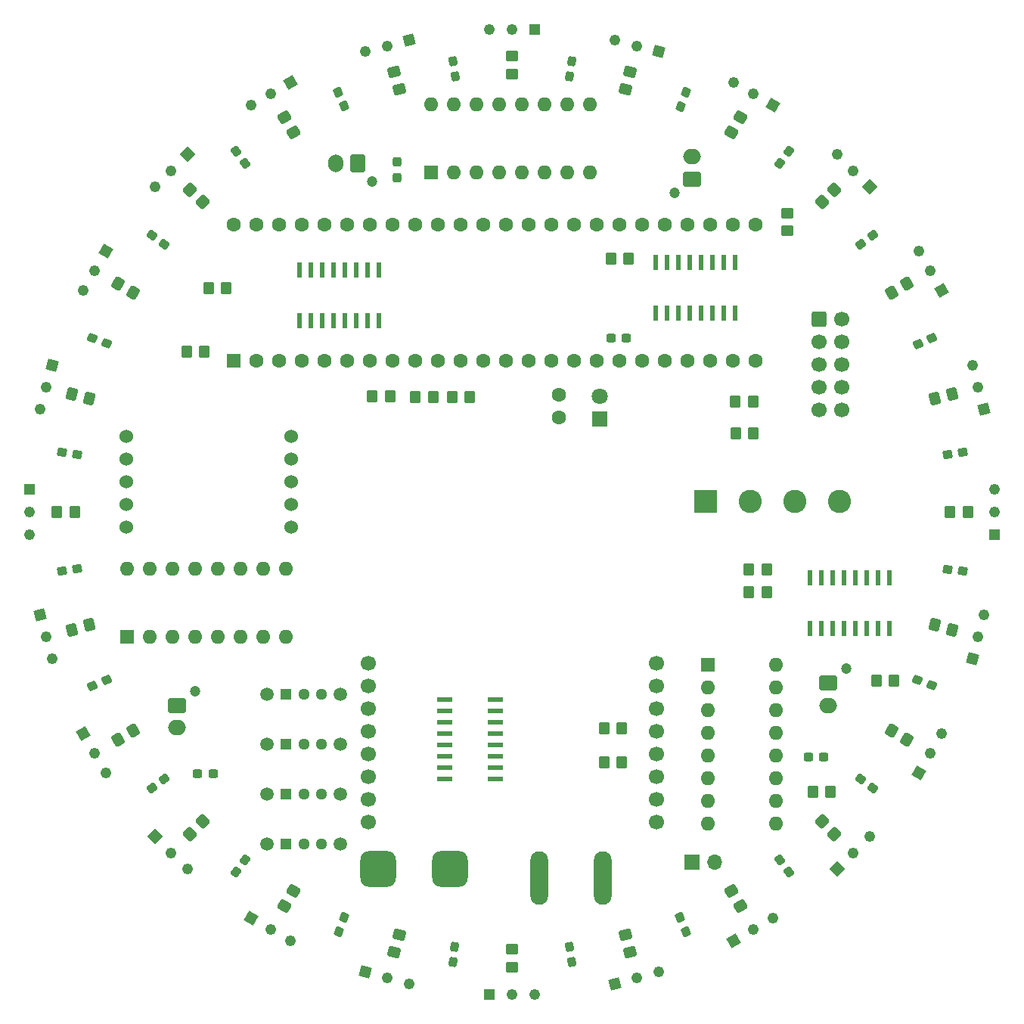
<source format=gts>
%TF.GenerationSoftware,KiCad,Pcbnew,8.0.4*%
%TF.CreationDate,2024-12-12T22:54:30-05:00*%
%TF.ProjectId,Roboballers Pcb,526f626f-6261-46c6-9c65-727320506362,rev?*%
%TF.SameCoordinates,Original*%
%TF.FileFunction,Soldermask,Top*%
%TF.FilePolarity,Negative*%
%FSLAX46Y46*%
G04 Gerber Fmt 4.6, Leading zero omitted, Abs format (unit mm)*
G04 Created by KiCad (PCBNEW 8.0.4) date 2024-12-12 22:54:30*
%MOMM*%
%LPD*%
G01*
G04 APERTURE LIST*
G04 Aperture macros list*
%AMRoundRect*
0 Rectangle with rounded corners*
0 $1 Rounding radius*
0 $2 $3 $4 $5 $6 $7 $8 $9 X,Y pos of 4 corners*
0 Add a 4 corners polygon primitive as box body*
4,1,4,$2,$3,$4,$5,$6,$7,$8,$9,$2,$3,0*
0 Add four circle primitives for the rounded corners*
1,1,$1+$1,$2,$3*
1,1,$1+$1,$4,$5*
1,1,$1+$1,$6,$7*
1,1,$1+$1,$8,$9*
0 Add four rect primitives between the rounded corners*
20,1,$1+$1,$2,$3,$4,$5,0*
20,1,$1+$1,$4,$5,$6,$7,0*
20,1,$1+$1,$6,$7,$8,$9,0*
20,1,$1+$1,$8,$9,$2,$3,0*%
%AMRotRect*
0 Rectangle, with rotation*
0 The origin of the aperture is its center*
0 $1 length*
0 $2 width*
0 $3 Rotation angle, in degrees counterclockwise*
0 Add horizontal line*
21,1,$1,$2,0,0,$3*%
G04 Aperture macros list end*
%ADD10R,1.219200X1.219200*%
%ADD11C,1.219200*%
%ADD12RoundRect,0.250000X0.525253X-0.221605X0.344080X0.454543X-0.525253X0.221605X-0.344080X-0.454543X0*%
%ADD13RoundRect,0.237500X0.382522X0.009131X-0.096660X0.370220X-0.382522X-0.009131X0.096660X-0.370220X0*%
%ADD14RoundRect,0.250000X-0.070711X0.565685X-0.565685X0.070711X0.070711X-0.565685X0.565685X-0.070711X0*%
%ADD15R,1.600000X1.600000*%
%ADD16O,1.600000X1.600000*%
%ADD17RoundRect,0.250000X0.350000X0.450000X-0.350000X0.450000X-0.350000X-0.450000X0.350000X-0.450000X0*%
%ADD18RoundRect,0.250000X-0.350000X-0.450000X0.350000X-0.450000X0.350000X0.450000X-0.350000X0.450000X0*%
%ADD19R,1.663700X0.558800*%
%ADD20RoundRect,0.250000X0.528109X0.214711X-0.078109X0.564711X-0.528109X-0.214711X0.078109X-0.564711X0*%
%ADD21RotRect,1.219200X1.219200X255.000000*%
%ADD22RoundRect,0.237500X-0.237500X0.300000X-0.237500X-0.300000X0.237500X-0.300000X0.237500X0.300000X0*%
%ADD23RoundRect,0.250000X-0.565685X-0.070711X-0.070711X-0.565685X0.565685X0.070711X0.070711X0.565685X0*%
%ADD24RoundRect,0.237500X0.009131X-0.382522X0.370220X0.096660X-0.009131X0.382522X-0.370220X-0.096660X0*%
%ADD25RotRect,1.219200X1.219200X105.000000*%
%ADD26RotRect,1.219200X1.219200X165.000000*%
%ADD27RoundRect,0.250000X0.450000X-0.350000X0.450000X0.350000X-0.450000X0.350000X-0.450000X-0.350000X0*%
%ADD28C,1.700000*%
%ADD29RoundRect,0.237500X0.264027X0.276941X-0.330134X0.193437X-0.264027X-0.276941X0.330134X-0.193437X0*%
%ADD30RoundRect,0.237500X-0.264027X-0.276941X0.330134X-0.193437X0.264027X0.276941X-0.330134X0.193437X0*%
%ADD31RoundRect,0.237500X0.367124X0.107824X-0.189186X0.332588X-0.367124X-0.107824X0.189186X-0.332588X0*%
%ADD32RoundRect,0.250000X0.564711X-0.078109X0.214711X0.528109X-0.564711X0.078109X-0.214711X-0.528109X0*%
%ADD33RoundRect,0.250000X0.565685X0.070711X0.070711X0.565685X-0.565685X-0.070711X-0.070711X-0.565685X0*%
%ADD34RotRect,1.219200X1.219200X300.000000*%
%ADD35RotRect,1.219200X1.219200X150.000000*%
%ADD36RoundRect,0.250000X-0.078109X-0.564711X0.528109X-0.214711X0.078109X0.564711X-0.528109X0.214711X0*%
%ADD37R,1.800000X1.800000*%
%ADD38C,1.800000*%
%ADD39RotRect,1.219200X1.219200X225.000000*%
%ADD40RotRect,1.219200X1.219200X30.000000*%
%ADD41RotRect,1.219200X1.219200X135.000000*%
%ADD42RoundRect,0.237500X-0.276941X0.264027X-0.193437X-0.330134X0.276941X-0.264027X0.193437X0.330134X0*%
%ADD43RoundRect,0.237500X-0.199169X0.326708X-0.272291X-0.268820X0.199169X-0.326708X0.272291X0.268820X0*%
%ADD44RotRect,1.219200X1.219200X240.000000*%
%ADD45RoundRect,0.237500X-0.371851X0.090184X-0.002454X-0.382623X0.371851X-0.090184X0.002454X0.382623X0*%
%ADD46O,2.000000X6.000000*%
%ADD47RoundRect,0.250000X0.070711X-0.565685X0.565685X-0.070711X-0.070711X0.565685X-0.565685X0.070711X0*%
%ADD48RoundRect,0.237500X-0.090184X-0.371851X0.382623X-0.002454X0.090184X0.371851X-0.382623X0.002454X0*%
%ADD49RoundRect,0.237500X-0.300000X-0.237500X0.300000X-0.237500X0.300000X0.237500X-0.300000X0.237500X0*%
%ADD50RoundRect,0.250000X0.344080X-0.454543X0.525253X0.221605X-0.344080X0.454543X-0.525253X-0.221605X0*%
%ADD51RoundRect,0.250000X-0.528109X-0.214711X0.078109X-0.564711X0.528109X0.214711X-0.078109X0.564711X0*%
%ADD52RoundRect,0.250000X0.214711X-0.528109X0.564711X0.078109X-0.214711X0.528109X-0.564711X-0.078109X0*%
%ADD53RoundRect,0.250000X-0.525253X0.221605X-0.344080X-0.454543X0.525253X-0.221605X0.344080X0.454543X0*%
%ADD54RotRect,1.219200X1.219200X60.000000*%
%ADD55RoundRect,0.250000X-0.450000X0.350000X-0.450000X-0.350000X0.450000X-0.350000X0.450000X0.350000X0*%
%ADD56RotRect,1.219200X1.219200X210.000000*%
%ADD57RoundRect,0.237500X0.371851X-0.090184X0.002454X0.382623X-0.371851X0.090184X-0.002454X-0.382623X0*%
%ADD58RotRect,1.219200X1.219200X120.000000*%
%ADD59RoundRect,0.250000X-0.600000X-0.600000X0.600000X-0.600000X0.600000X0.600000X-0.600000X0.600000X0*%
%ADD60RoundRect,1.000000X-1.000000X-1.000000X1.000000X-1.000000X1.000000X1.000000X-1.000000X1.000000X0*%
%ADD61RoundRect,0.250000X-0.564711X0.078109X-0.214711X-0.528109X0.564711X-0.078109X0.214711X0.528109X0*%
%ADD62RoundRect,0.250000X0.078109X0.564711X-0.528109X0.214711X-0.078109X-0.564711X0.528109X-0.214711X0*%
%ADD63R,1.295400X1.295400*%
%ADD64C,1.295400*%
%ADD65C,1.498600*%
%ADD66R,0.558800X1.663700*%
%ADD67RoundRect,0.237500X-0.335839X0.183353X-0.101401X-0.368950X0.335839X-0.183353X0.101401X0.368950X0*%
%ADD68RoundRect,0.237500X0.199169X-0.326708X0.272291X0.268820X-0.199169X0.326708X-0.272291X-0.268820X0*%
%ADD69C,1.600000*%
%ADD70RotRect,1.219200X1.219200X285.000000*%
%ADD71RoundRect,0.237500X0.326708X0.199169X-0.268820X0.272291X-0.326708X-0.199169X0.268820X-0.272291X0*%
%ADD72RoundRect,0.237500X0.300000X0.237500X-0.300000X0.237500X-0.300000X-0.237500X0.300000X-0.237500X0*%
%ADD73RoundRect,0.237500X0.335839X-0.183353X0.101401X0.368950X-0.335839X0.183353X-0.101401X-0.368950X0*%
%ADD74RotRect,1.219200X1.219200X15.000000*%
%ADD75C,1.524000*%
%ADD76RotRect,1.219200X1.219200X195.000000*%
%ADD77RotRect,1.219200X1.219200X345.000000*%
%ADD78RoundRect,0.237500X0.107824X-0.367124X0.332588X0.189186X-0.107824X0.367124X-0.332588X-0.189186X0*%
%ADD79RoundRect,0.237500X0.276941X-0.264027X0.193437X0.330134X-0.276941X0.264027X-0.193437X-0.330134X0*%
%ADD80RoundRect,0.250000X-0.214711X0.528109X-0.564711X-0.078109X0.214711X-0.528109X0.564711X0.078109X0*%
%ADD81RoundRect,0.250000X-0.221605X-0.525253X0.454543X-0.344080X0.221605X0.525253X-0.454543X0.344080X0*%
%ADD82RoundRect,0.237500X0.090184X0.371851X-0.382623X0.002454X-0.090184X-0.371851X0.382623X-0.002454X0*%
%ADD83RoundRect,0.237500X-0.183353X-0.335839X0.368950X-0.101401X0.183353X0.335839X-0.368950X0.101401X0*%
%ADD84RoundRect,0.237500X0.183353X0.335839X-0.368950X0.101401X-0.183353X-0.335839X0.368950X-0.101401X0*%
%ADD85RotRect,1.219200X1.219200X75.000000*%
%ADD86RoundRect,0.237500X-0.367124X-0.107824X0.189186X-0.332588X0.367124X0.107824X-0.189186X0.332588X0*%
%ADD87RotRect,1.219200X1.219200X45.000000*%
%ADD88RoundRect,0.250000X-0.454543X-0.344080X0.221605X-0.525253X0.454543X0.344080X-0.221605X0.525253X0*%
%ADD89RoundRect,0.237500X-0.009131X0.382522X-0.370220X-0.096660X0.009131X-0.382522X0.370220X0.096660X0*%
%ADD90R,1.700000X1.700000*%
%ADD91O,1.700000X1.700000*%
%ADD92RoundRect,0.250000X0.454543X0.344080X-0.221605X0.525253X-0.454543X-0.344080X0.221605X-0.525253X0*%
%ADD93RoundRect,0.237500X-0.382522X-0.009131X0.096660X-0.370220X0.382522X0.009131X-0.096660X0.370220X0*%
%ADD94RotRect,1.219200X1.219200X330.000000*%
%ADD95RotRect,1.219200X1.219200X315.000000*%
%ADD96RoundRect,0.237500X-0.326708X-0.199169X0.268820X-0.272291X0.326708X0.199169X-0.268820X0.272291X0*%
%ADD97RoundRect,0.250000X-0.344080X0.454543X-0.525253X-0.221605X0.344080X-0.454543X0.525253X0.221605X0*%
%ADD98RoundRect,0.237500X-0.107824X0.367124X-0.332588X-0.189186X0.107824X-0.367124X0.332588X0.189186X0*%
%ADD99RoundRect,0.250000X0.221605X0.525253X-0.454543X0.344080X-0.221605X-0.525253X0.454543X-0.344080X0*%
%ADD100R,2.600000X2.600000*%
%ADD101C,2.600000*%
%ADD102C,1.200000*%
%ADD103RoundRect,0.250000X-0.750000X0.600000X-0.750000X-0.600000X0.750000X-0.600000X0.750000X0.600000X0*%
%ADD104O,2.000000X1.700000*%
%ADD105RoundRect,0.250000X0.600000X0.750000X-0.600000X0.750000X-0.600000X-0.750000X0.600000X-0.750000X0*%
%ADD106O,1.700000X2.000000*%
%ADD107RoundRect,0.250000X0.750000X-0.600000X0.750000X0.600000X-0.750000X0.600000X-0.750000X-0.600000X0*%
G04 APERTURE END LIST*
D10*
%TO.C,U16*%
X97460000Y-154006000D03*
D11*
X100000000Y-154006000D03*
X102540000Y-154006000D03*
%TD*%
D12*
%TO.C,R24*%
X87317819Y-52669626D03*
X86800181Y-50737774D03*
%TD*%
D13*
%TO.C,C26*%
X61021123Y-70080966D03*
X59643477Y-69042834D03*
%TD*%
D14*
%TO.C,R25*%
X65351807Y-134648193D03*
X63937593Y-136062407D03*
%TD*%
D15*
%TO.C,U28*%
X56911000Y-114036000D03*
D16*
X59451000Y-114036000D03*
X61991000Y-114036000D03*
X64531000Y-114036000D03*
X67071000Y-114036000D03*
X69611000Y-114036000D03*
X72151000Y-114036000D03*
X74691000Y-114036000D03*
X74691000Y-106416000D03*
X72151000Y-106416000D03*
X69611000Y-106416000D03*
X67071000Y-106416000D03*
X64531000Y-106416000D03*
X61991000Y-106416000D03*
X59451000Y-106416000D03*
X56911000Y-106416000D03*
%TD*%
D17*
%TO.C,R7*%
X127000000Y-91186000D03*
X125000000Y-91186000D03*
%TD*%
D18*
%TO.C,R10*%
X66000000Y-75000000D03*
X68000000Y-75000000D03*
%TD*%
D19*
%TO.C,U3*%
X98075750Y-129921000D03*
X98075750Y-128651000D03*
X98075750Y-127381000D03*
X98075750Y-126111000D03*
X98075750Y-124841000D03*
X98075750Y-123571000D03*
X98075750Y-122301000D03*
X98075750Y-121031000D03*
X92424250Y-121031000D03*
X92424250Y-122301000D03*
X92424250Y-123571000D03*
X92424250Y-124841000D03*
X92424250Y-126111000D03*
X92424250Y-127381000D03*
X92424250Y-128651000D03*
X92424250Y-129921000D03*
%TD*%
D20*
%TO.C,R37*%
X57564725Y-75500000D03*
X55832675Y-74500000D03*
%TD*%
D21*
%TO.C,U32*%
X48491605Y-83568795D03*
D11*
X47834204Y-86022247D03*
X47176804Y-88475699D03*
%TD*%
D22*
%TO.C,C2*%
X87122000Y-60859500D03*
X87122000Y-62584500D03*
%TD*%
D23*
%TO.C,R17*%
X134648193Y-134648193D03*
X136062407Y-136062407D03*
%TD*%
D24*
%TO.C,C21*%
X129919034Y-61021123D03*
X130957166Y-59643477D03*
%TD*%
D25*
%TO.C,U35*%
X152823196Y-88475699D03*
D11*
X152165796Y-86022247D03*
X151508395Y-83568795D03*
%TD*%
D26*
%TO.C,U25*%
X116431205Y-48491605D03*
D11*
X113977753Y-47834204D03*
X111524301Y-47176804D03*
%TD*%
D27*
%TO.C,R28*%
X130810000Y-68548000D03*
X130810000Y-66548000D03*
%TD*%
D28*
%TO.C,U11*%
X83871000Y-116921000D03*
X83871000Y-119461000D03*
X83871000Y-122001000D03*
X83871000Y-124541000D03*
X83871000Y-127081000D03*
X83871000Y-129621000D03*
X83871000Y-132161000D03*
X83871000Y-134701000D03*
X116129000Y-116921000D03*
X116129000Y-119461000D03*
X116129000Y-122001000D03*
X116129000Y-124541000D03*
X116129000Y-127081000D03*
X116129000Y-129621000D03*
X116129000Y-132161000D03*
X116129000Y-134701000D03*
%TD*%
D29*
%TO.C,C20*%
X51281906Y-106406263D03*
X49573694Y-106646337D03*
%TD*%
D30*
%TO.C,C27*%
X148718094Y-93593737D03*
X150426306Y-93353663D03*
%TD*%
D31*
%TO.C,C24*%
X54605696Y-81188898D03*
X53006304Y-80542702D03*
%TD*%
D32*
%TO.C,R22*%
X75500000Y-57564725D03*
X74500000Y-55832675D03*
%TD*%
D10*
%TO.C,U30*%
X45994000Y-97460000D03*
D11*
X45994000Y-100000000D03*
X45994000Y-102540000D03*
%TD*%
D33*
%TO.C,R39*%
X65351807Y-65351807D03*
X63937593Y-63937593D03*
%TD*%
D34*
%TO.C,U24*%
X51959404Y-124803295D03*
D11*
X53229404Y-127003000D03*
X54499404Y-129202705D03*
%TD*%
D35*
%TO.C,U29*%
X129202705Y-54499404D03*
D11*
X127003000Y-53229404D03*
X124803295Y-51959404D03*
%TD*%
D36*
%TO.C,R36*%
X142435275Y-75500000D03*
X144167325Y-74500000D03*
%TD*%
D37*
%TO.C,D1*%
X109831000Y-89642000D03*
D38*
X109831000Y-87102000D03*
%TD*%
D39*
%TO.C,U36*%
X63608009Y-60015906D03*
D11*
X61811957Y-61811957D03*
X60015906Y-63608009D03*
%TD*%
D40*
%TO.C,U13*%
X124803295Y-148040596D03*
D11*
X127003000Y-146770596D03*
X129202705Y-145500596D03*
%TD*%
D18*
%TO.C,R2*%
X140748000Y-118872000D03*
X142748000Y-118872000D03*
%TD*%
D15*
%TO.C,U12*%
X121920000Y-117094000D03*
D16*
X121920000Y-119634000D03*
X121920000Y-122174000D03*
X121920000Y-124714000D03*
X121920000Y-127254000D03*
X121920000Y-129794000D03*
X121920000Y-132334000D03*
X121920000Y-134874000D03*
X129540000Y-134874000D03*
X129540000Y-132334000D03*
X129540000Y-129794000D03*
X129540000Y-127254000D03*
X129540000Y-124714000D03*
X129540000Y-122174000D03*
X129540000Y-119634000D03*
X129540000Y-117094000D03*
%TD*%
D41*
%TO.C,U31*%
X139984094Y-63608009D03*
D11*
X138188043Y-61811957D03*
X136391991Y-60015906D03*
%TD*%
D42*
%TO.C,C10*%
X106406263Y-148718094D03*
X106646337Y-150426306D03*
%TD*%
D43*
%TO.C,C11*%
X93578812Y-148716129D03*
X93368588Y-150428271D03*
%TD*%
D18*
%TO.C,R16*%
X133636000Y-131318000D03*
X135636000Y-131318000D03*
%TD*%
D44*
%TO.C,U34*%
X54499404Y-70797295D03*
D11*
X53229404Y-72997000D03*
X51959404Y-75196705D03*
%TD*%
D45*
%TO.C,C8*%
X129907092Y-138988041D03*
X130969108Y-140347359D03*
%TD*%
D46*
%TO.C,U17*%
X103000000Y-141000000D03*
X110100000Y-141000000D03*
%TD*%
D47*
%TO.C,R34*%
X134648193Y-65351807D03*
X136062407Y-63937593D03*
%TD*%
D48*
%TO.C,C23*%
X138988041Y-70092908D03*
X140347359Y-69030892D03*
%TD*%
D49*
%TO.C,C1*%
X133137500Y-127500000D03*
X134862500Y-127500000D03*
%TD*%
D50*
%TO.C,R29*%
X112682181Y-52669626D03*
X113199819Y-50737774D03*
%TD*%
D51*
%TO.C,R15*%
X142435275Y-124500000D03*
X144167325Y-125500000D03*
%TD*%
D52*
%TO.C,R32*%
X124500000Y-57564725D03*
X125500000Y-55832675D03*
%TD*%
D53*
%TO.C,R19*%
X112682181Y-147330374D03*
X113199819Y-149262226D03*
%TD*%
D54*
%TO.C,U9*%
X145500596Y-129202705D03*
D11*
X146770596Y-127003000D03*
X148040596Y-124803295D03*
%TD*%
D55*
%TO.C,R20*%
X100000000Y-149000000D03*
X100000000Y-151000000D03*
%TD*%
D56*
%TO.C,U19*%
X75196705Y-51959404D03*
D11*
X72997000Y-53229404D03*
X70797295Y-54499404D03*
%TD*%
D57*
%TO.C,C28*%
X70092908Y-61011959D03*
X69030892Y-59652641D03*
%TD*%
D17*
%TO.C,R8*%
X126968000Y-87630000D03*
X124968000Y-87630000D03*
%TD*%
D58*
%TO.C,U33*%
X148040596Y-75196705D03*
D11*
X146770596Y-72997000D03*
X145500596Y-70797295D03*
%TD*%
D59*
%TO.C,J7*%
X134366000Y-78460000D03*
D28*
X136906000Y-78460000D03*
X134366000Y-81000000D03*
X136906000Y-81000000D03*
X134366000Y-83540000D03*
X136906000Y-83540000D03*
X134366000Y-86080000D03*
X136906000Y-86080000D03*
X134366000Y-88620000D03*
X136906000Y-88620000D03*
%TD*%
D60*
%TO.C,J5*%
X85000000Y-140000000D03*
X93000000Y-140000000D03*
%TD*%
D61*
%TO.C,R18*%
X124500000Y-142435275D03*
X125500000Y-144167325D03*
%TD*%
D62*
%TO.C,R27*%
X57564725Y-124500000D03*
X55832675Y-125500000D03*
%TD*%
D63*
%TO.C,SW1*%
X74672000Y-137160000D03*
D64*
X76672000Y-137160000D03*
X78672001Y-137160000D03*
D65*
X72571999Y-137160000D03*
X80772000Y-137160000D03*
%TD*%
D63*
%TO.C,SW2*%
X74672000Y-131572000D03*
D64*
X76672000Y-131572000D03*
X78672001Y-131572000D03*
D65*
X72571999Y-131572000D03*
X80772000Y-131572000D03*
%TD*%
D66*
%TO.C,U4*%
X116078000Y-77723950D03*
X117348000Y-77723950D03*
X118618000Y-77723950D03*
X119888000Y-77723950D03*
X121158000Y-77723950D03*
X122428000Y-77723950D03*
X123698000Y-77723950D03*
X124968000Y-77723950D03*
X124968000Y-72072450D03*
X123698000Y-72072450D03*
X122428000Y-72072450D03*
X121158000Y-72072450D03*
X119888000Y-72072450D03*
X118618000Y-72072450D03*
X117348000Y-72072450D03*
X116078000Y-72072450D03*
%TD*%
D67*
%TO.C,C9*%
X118797195Y-145400065D03*
X119471205Y-146987935D03*
%TD*%
D68*
%TO.C,C17*%
X106421188Y-51283871D03*
X106631412Y-49571729D03*
%TD*%
D69*
%TO.C,R40*%
X105181000Y-89442000D03*
X105181000Y-86902000D03*
%TD*%
D70*
%TO.C,U26*%
X47176804Y-111524301D03*
D11*
X47834204Y-113977753D03*
X48491605Y-116431205D03*
%TD*%
D71*
%TO.C,C22*%
X51283871Y-93578812D03*
X49571729Y-93368588D03*
%TD*%
D18*
%TO.C,R3*%
X63532000Y-82042000D03*
X65532000Y-82042000D03*
%TD*%
D72*
%TO.C,C3*%
X66495000Y-129286000D03*
X64770000Y-129286000D03*
%TD*%
D17*
%TO.C,R5*%
X112268000Y-124206000D03*
X110268000Y-124206000D03*
%TD*%
D66*
%TO.C,U2*%
X76149200Y-78600250D03*
X77419200Y-78600250D03*
X78689200Y-78600250D03*
X79959200Y-78600250D03*
X81229200Y-78600250D03*
X82499200Y-78600250D03*
X83769200Y-78600250D03*
X85039200Y-78600250D03*
X85039200Y-72948750D03*
X83769200Y-72948750D03*
X82499200Y-72948750D03*
X81229200Y-72948750D03*
X79959200Y-72948750D03*
X78689200Y-72948750D03*
X77419200Y-72948750D03*
X76149200Y-72948750D03*
%TD*%
D73*
%TO.C,C13*%
X81202805Y-54599935D03*
X80528795Y-53012065D03*
%TD*%
D18*
%TO.C,R1*%
X126500000Y-109000000D03*
X128500000Y-109000000D03*
%TD*%
D17*
%TO.C,R30*%
X95250000Y-87122000D03*
X93250000Y-87122000D03*
%TD*%
D74*
%TO.C,U14*%
X111524301Y-152823196D03*
D11*
X113977753Y-152165796D03*
X116431205Y-151508395D03*
%TD*%
D75*
%TO.C,U15*%
X56810000Y-91542000D03*
X56810000Y-94082000D03*
X56810000Y-96622000D03*
X56810000Y-99162000D03*
X56810000Y-101702000D03*
X75270000Y-91542000D03*
X75270000Y-96622000D03*
X75270000Y-101702000D03*
X75270000Y-94082000D03*
X75270000Y-99162000D03*
%TD*%
D76*
%TO.C,U21*%
X88475699Y-47176804D03*
D11*
X86022247Y-47834204D03*
X83568795Y-48491605D03*
%TD*%
D17*
%TO.C,R33*%
X51000000Y-100000000D03*
X49000000Y-100000000D03*
%TD*%
D77*
%TO.C,U18*%
X83568795Y-151508395D03*
D11*
X86022247Y-152165796D03*
X88475699Y-152823196D03*
%TD*%
D78*
%TO.C,C19*%
X118811102Y-54605696D03*
X119457298Y-53006304D03*
%TD*%
D18*
%TO.C,R12*%
X111030000Y-71628000D03*
X113030000Y-71628000D03*
%TD*%
D79*
%TO.C,C15*%
X93593737Y-51281906D03*
X93353663Y-49573694D03*
%TD*%
D10*
%TO.C,U23*%
X102540000Y-45994000D03*
D11*
X100000000Y-45994000D03*
X97460000Y-45994000D03*
%TD*%
D10*
%TO.C,U6*%
X154006000Y-102540000D03*
D11*
X154006000Y-100000000D03*
X154006000Y-97460000D03*
%TD*%
D80*
%TO.C,R23*%
X75500000Y-142435275D03*
X74500000Y-144167325D03*
%TD*%
D81*
%TO.C,R38*%
X147330374Y-87317819D03*
X149262226Y-86800181D03*
%TD*%
D18*
%TO.C,R9*%
X126500000Y-106500000D03*
X128500000Y-106500000D03*
%TD*%
D82*
%TO.C,C16*%
X61011959Y-129907092D03*
X59652641Y-130969108D03*
%TD*%
D18*
%TO.C,R13*%
X149000000Y-100000000D03*
X151000000Y-100000000D03*
%TD*%
D83*
%TO.C,C25*%
X145400065Y-81202805D03*
X146987935Y-80528795D03*
%TD*%
D84*
%TO.C,C18*%
X54599935Y-118797195D03*
X53012065Y-119471205D03*
%TD*%
D85*
%TO.C,U8*%
X151508395Y-116431205D03*
D11*
X152165796Y-113977753D03*
X152823196Y-111524301D03*
%TD*%
D86*
%TO.C,C6*%
X145394304Y-118811102D03*
X146993696Y-119457298D03*
%TD*%
D63*
%TO.C,SW3*%
X74672000Y-125984000D03*
D64*
X76672000Y-125984000D03*
X78672001Y-125984000D03*
D65*
X72571999Y-125984000D03*
X80772000Y-125984000D03*
%TD*%
D87*
%TO.C,U10*%
X136391991Y-139984094D03*
D11*
X138188043Y-138188043D03*
X139984094Y-136391991D03*
%TD*%
D15*
%TO.C,U5*%
X68834000Y-83058000D03*
D69*
X71374000Y-83058000D03*
X73914000Y-83058000D03*
X76454000Y-83058000D03*
X78994000Y-83058000D03*
X81534000Y-83058000D03*
X84074000Y-83058000D03*
X86614000Y-83058000D03*
X89154000Y-83058000D03*
X91694000Y-83058000D03*
X94234000Y-83058000D03*
X96774000Y-83058000D03*
X99314000Y-83058000D03*
X101854000Y-83058000D03*
X104394000Y-83058000D03*
X106934000Y-83058000D03*
X109474000Y-83058000D03*
X112014000Y-83058000D03*
X114554000Y-83058000D03*
X117094000Y-83058000D03*
X119634000Y-83058000D03*
X122174000Y-83058000D03*
X124714000Y-83058000D03*
X127254000Y-83058000D03*
X127254000Y-67818000D03*
X124714000Y-67818000D03*
X122174000Y-67818000D03*
X119634000Y-67818000D03*
X117094000Y-67818000D03*
X114554000Y-67818000D03*
X112014000Y-67818000D03*
X109474000Y-67818000D03*
X106934000Y-67818000D03*
X104394000Y-67818000D03*
X101854000Y-67818000D03*
X99314000Y-67818000D03*
X96774000Y-67818000D03*
X94234000Y-67818000D03*
X91694000Y-67818000D03*
X89154000Y-67818000D03*
X86614000Y-67818000D03*
X84074000Y-67818000D03*
X81534000Y-67818000D03*
X78994000Y-67818000D03*
X76454000Y-67818000D03*
X73914000Y-67818000D03*
X71374000Y-67818000D03*
X68834000Y-67818000D03*
%TD*%
D88*
%TO.C,R14*%
X147330374Y-112682181D03*
X149262226Y-113199819D03*
%TD*%
D66*
%TO.C,U1*%
X133350000Y-113061750D03*
X134620000Y-113061750D03*
X135890000Y-113061750D03*
X137160000Y-113061750D03*
X138430000Y-113061750D03*
X139700000Y-113061750D03*
X140970000Y-113061750D03*
X142240000Y-113061750D03*
X142240000Y-107410250D03*
X140970000Y-107410250D03*
X139700000Y-107410250D03*
X138430000Y-107410250D03*
X137160000Y-107410250D03*
X135890000Y-107410250D03*
X134620000Y-107410250D03*
X133350000Y-107410250D03*
%TD*%
D89*
%TO.C,C14*%
X70080966Y-138978877D03*
X69042834Y-140356523D03*
%TD*%
D90*
%TO.C,J6*%
X120137000Y-139192000D03*
D91*
X122677000Y-139192000D03*
%TD*%
D92*
%TO.C,R35*%
X52669626Y-87317819D03*
X50737774Y-86800181D03*
%TD*%
D93*
%TO.C,C7*%
X138978877Y-129919034D03*
X140356523Y-130957166D03*
%TD*%
D94*
%TO.C,U20*%
X70797295Y-145500596D03*
D11*
X72997000Y-146770596D03*
X75196705Y-148040596D03*
%TD*%
D95*
%TO.C,U22*%
X60015906Y-136391991D03*
D11*
X61811957Y-138188043D03*
X63608009Y-139984094D03*
%TD*%
D96*
%TO.C,C5*%
X148716129Y-106421188D03*
X150428271Y-106631412D03*
%TD*%
D97*
%TO.C,R21*%
X87317819Y-147330374D03*
X86800181Y-149262226D03*
%TD*%
D27*
%TO.C,R26*%
X100000000Y-51000000D03*
X100000000Y-49000000D03*
%TD*%
D63*
%TO.C,SW4*%
X74672000Y-120396000D03*
D64*
X76672000Y-120396000D03*
X78672001Y-120396000D03*
D65*
X72571999Y-120396000D03*
X80772000Y-120396000D03*
%TD*%
D49*
%TO.C,C4*%
X111051000Y-80518000D03*
X112776000Y-80518000D03*
%TD*%
D18*
%TO.C,R6*%
X110268000Y-128016000D03*
X112268000Y-128016000D03*
%TD*%
D98*
%TO.C,C12*%
X81188898Y-145394304D03*
X80542702Y-146993696D03*
%TD*%
D15*
%TO.C,U27*%
X90932000Y-61976000D03*
D16*
X93472000Y-61976000D03*
X96012000Y-61976000D03*
X98552000Y-61976000D03*
X101092000Y-61976000D03*
X103632000Y-61976000D03*
X106172000Y-61976000D03*
X108712000Y-61976000D03*
X108712000Y-54356000D03*
X106172000Y-54356000D03*
X103632000Y-54356000D03*
X101092000Y-54356000D03*
X98552000Y-54356000D03*
X96012000Y-54356000D03*
X93472000Y-54356000D03*
X90932000Y-54356000D03*
%TD*%
D17*
%TO.C,R4*%
X86328000Y-87040000D03*
X84328000Y-87040000D03*
%TD*%
D99*
%TO.C,R31*%
X52669626Y-112682181D03*
X50737774Y-113199819D03*
%TD*%
D18*
%TO.C,R11*%
X89154000Y-87122000D03*
X91154000Y-87122000D03*
%TD*%
D100*
%TO.C,U7*%
X121652000Y-98806000D03*
D101*
X126652000Y-98806000D03*
X131652000Y-98806000D03*
X136652000Y-98806000D03*
%TD*%
D102*
%TO.C,J3*%
X64467000Y-120086000D03*
D103*
X62467000Y-121686000D03*
D104*
X62467000Y-124186000D03*
%TD*%
D102*
%TO.C,J1*%
X137382000Y-117566000D03*
D103*
X135382000Y-119166000D03*
D104*
X135382000Y-121666000D03*
%TD*%
D102*
%TO.C,J2*%
X84328000Y-62992000D03*
D105*
X82728000Y-60992000D03*
D106*
X80228000Y-60992000D03*
%TD*%
D102*
%TO.C,J4*%
X118142000Y-64338000D03*
D107*
X120142000Y-62738000D03*
D104*
X120142000Y-60238000D03*
%TD*%
M02*

</source>
